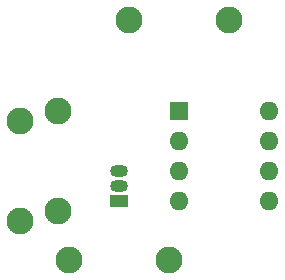
<source format=gbr>
%TF.GenerationSoftware,KiCad,Pcbnew,7.0.6-0*%
%TF.CreationDate,2023-07-26T14:31:40-04:00*%
%TF.ProjectId,Sleep_Apnea,536c6565-705f-4417-906e-65612e6b6963,rev?*%
%TF.SameCoordinates,Original*%
%TF.FileFunction,Soldermask,Bot*%
%TF.FilePolarity,Negative*%
%FSLAX46Y46*%
G04 Gerber Fmt 4.6, Leading zero omitted, Abs format (unit mm)*
G04 Created by KiCad (PCBNEW 7.0.6-0) date 2023-07-26 14:31:40*
%MOMM*%
%LPD*%
G01*
G04 APERTURE LIST*
G04 Aperture macros list*
%AMFreePoly0*
4,1,35,0.312797,1.099367,0.509479,1.023172,0.688811,0.912134,0.844687,0.770034,0.971798,0.601712,1.065816,0.412899,1.123538,0.210026,1.143000,0.000000,1.123538,-0.210026,1.065816,-0.412899,0.971798,-0.601712,0.844687,-0.770034,0.688811,-0.912134,0.509479,-1.023172,0.312797,-1.099367,0.105463,-1.138124,-0.105463,-1.138124,-0.312797,-1.099367,-0.509479,-1.023172,-0.688811,-0.912134,
-0.844687,-0.770034,-0.971798,-0.601712,-1.065816,-0.412899,-1.123538,-0.210026,-1.143000,0.000000,-1.123538,0.210026,-1.065816,0.412899,-0.971798,0.601712,-0.844687,0.770034,-0.688811,0.912134,-0.509479,1.023172,-0.312797,1.099367,-0.105463,1.138124,0.105463,1.138124,0.312797,1.099367,0.312797,1.099367,$1*%
G04 Aperture macros list end*
%ADD10FreePoly0,90.000000*%
%ADD11FreePoly0,0.000000*%
%ADD12R,1.600000X1.600000*%
%ADD13O,1.600000X1.600000*%
%ADD14R,1.500000X1.050000*%
%ADD15O,1.500000X1.050000*%
%ADD16FreePoly0,270.000000*%
G04 APERTURE END LIST*
D10*
%TO.C,R4*%
X123730000Y-110930000D03*
X123730000Y-102430000D03*
%TD*%
D11*
%TO.C,R1*%
X127830000Y-114200000D03*
X136330000Y-114200000D03*
%TD*%
D12*
%TO.C,U1*%
X137160000Y-101600000D03*
D13*
X137160000Y-104140000D03*
X137160000Y-106680000D03*
X137160000Y-109220000D03*
X144780000Y-109220000D03*
X144780000Y-106680000D03*
X144780000Y-104140000D03*
X144780000Y-101600000D03*
%TD*%
D11*
%TO.C,R2*%
X132910000Y-93880000D03*
X141410000Y-93880000D03*
%TD*%
D14*
%TO.C,Q1*%
X132080000Y-109220000D03*
D15*
X132080000Y-107950000D03*
X132080000Y-106680000D03*
%TD*%
D16*
%TO.C,R3*%
X126900000Y-101600000D03*
X126900000Y-110100000D03*
%TD*%
M02*

</source>
